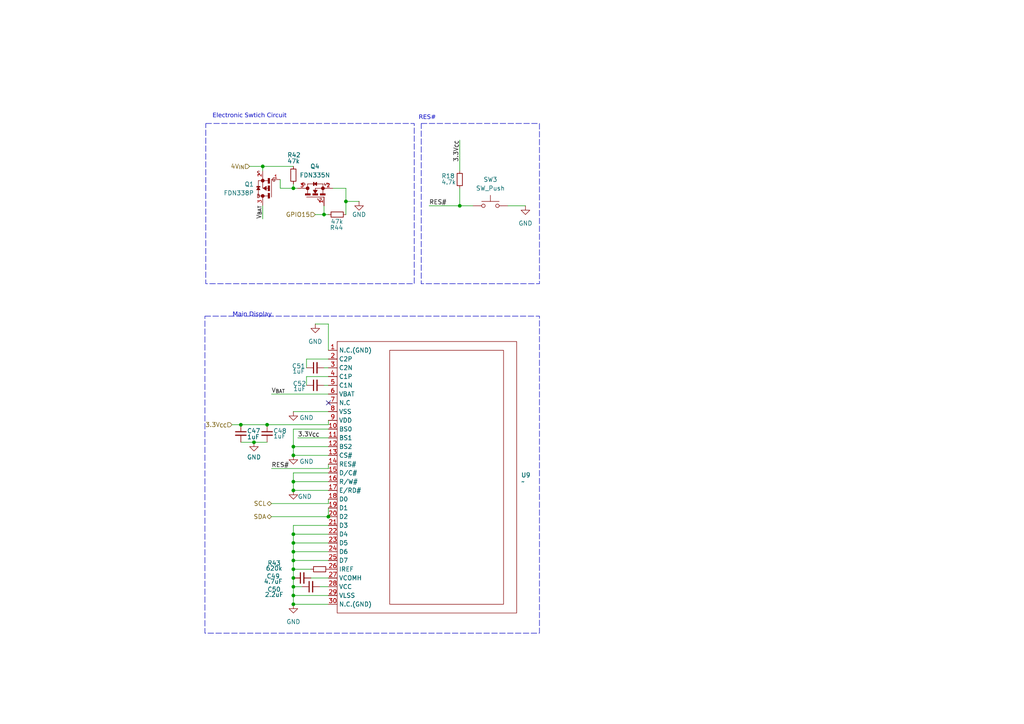
<source format=kicad_sch>
(kicad_sch (version 20241004) (generator "eeschema") (generator_version "8.99")
  (paper "A4")
  (lib_symbols
    (symbol "Device:C_Small" (pin_numbers (hide yes)) (pin_names (offset 0.254) (hide yes))
      (property "Reference" "C" (at 0.254 1.778 0))
      (property "Value" "C_Small" (at 0.254 -2.032 0))
      (symbol "C_Small_0_1"
        (polyline (pts (xy -1.524 0.508) (xy 1.524 0.508)) (stroke (width 0.3048)))
        (polyline (pts (xy -1.524 -0.508) (xy 1.524 -0.508)) (stroke (width 0.3302)))
      )
      (symbol "C_Small_1_1"
        (pin passive line (at 0 2.54 270) (length 2.032) (name "~") (number "1"))
        (pin passive line (at 0 -2.54 90) (length 2.032) (name "~") (number "2"))
      )
    )
    (symbol "Device:R_Small" (pin_numbers (hide yes)) (pin_names (offset 0.254) (hide yes))
      (property "Reference" "R" (at 0.762 0.508 0))
      (property "Value" "R_Small" (at 0.762 -1.016 0))
      (symbol "R_Small_0_1"
        (rectangle (start -0.762 1.778) (end 0.762 -1.778) (stroke (width 0.2032)))
      )
      (symbol "R_Small_1_1"
        (pin passive line (at 0 2.54 270) (length 0.762) (name "~") (number "1"))
        (pin passive line (at 0 -2.54 90) (length 0.762) (name "~") (number "2"))
      )
    )
    (symbol "FDN335N:FDN335N" (pin_names (offset 1.016))
      (property "Reference" "Q" (at 2.5423 0 0))
      (property "Value" "FDN335N" (at 2.5447 -2.5447 0))
      (symbol "FDN335N_0_0"
        (polyline (pts (xy -2.54 -2.54) (xy -2.54 2.54)) (stroke (width 0.1524)))
        (rectangle (start -2.036 -0.7635) (end -1.524 0.762) (stroke (width 0.1)) (fill (type outline)))
        (rectangle (start -2.0349 -2.9252) (end -1.524 -1.397) (stroke (width 0.1)) (fill (type outline)))
        (rectangle (start -2.0321 1.3971) (end -1.524 2.921) (stroke (width 0.1)) (fill (type outline)))
        (polyline (pts (xy -1.5875 2.2225) (xy 0 2.2225)) (stroke (width 0.1524)))
        (polyline (pts (xy -1.5875 -2.2225) (xy 0 -2.2225)) (stroke (width 0.1524)))
        (polyline (pts (xy -1.524 0) (xy -0.508 0.635) (xy -0.508 -0.635) (xy -1.524 0)) (stroke (width 0.1016)) (fill (type outline)))
        (polyline (pts (xy -0.508 0) (xy 0 0)) (stroke (width 0.1524)))
        (polyline (pts (xy 0 2.54) (xy 0 2.2225)) (stroke (width 0.1524)))
        (polyline (pts (xy 0 2.2225) (xy 1.27 2.2225)) (stroke (width 0.1524)))
        (circle (center 0 2.2225) (radius 0.127) (stroke (width 0.4064)))
        (polyline (pts (xy 0 0) (xy 0 -2.2225)) (stroke (width 0.1524)))
        (polyline (pts (xy 0 -2.2225) (xy 0 -2.54)) (stroke (width 0.1524)))
        (circle (center 0 -2.2225) (radius 0.127) (stroke (width 0.4064)))
        (rectangle (start 0.7631 0.318) (end 1.778 0.5715) (stroke (width 0.1)) (fill (type outline)))
        (polyline (pts (xy 1.27 2.2225) (xy 1.27 -2.2225)) (stroke (width 0.1524)))
        (polyline (pts (xy 1.27 0.3175) (xy 0.762 -0.4445) (xy 1.778 -0.4445) (xy 1.27 0.3175)) (stroke (width 0.1524)) (fill (type outline)))
        (polyline (pts (xy 1.27 -2.2225) (xy 0 -2.2225)) (stroke (width 0.1524)))
        (text "G" (at -3.8168 -1.9084 0) (effects (font (size 1.0178 1.0178)) (justify left bottom)))
        (text "D" (at 0.636 2.8619 0) (effects (font (size 1.0176 1.0176)) (justify left bottom)))
        (text "S" (at 0.636 -3.8159 0) (effects (font (size 1.0176 1.0176)) (justify left bottom)))
        (pin passive line (at -5.08 -2.54 0) (length 2.54) (name "~") (number "1"))
        (pin passive line (at 0 5.08 270) (length 2.54) (name "~") (number "3"))
        (pin passive line (at 0 -5.08 90) (length 2.54) (name "~") (number "2"))
      )
    )
    (symbol "FDN338P:FDN338P" (pin_names (offset 1.016))
      (property "Reference" "Q" (at 2.5409 0 0))
      (property "Value" "FDN338P" (at 2.5438 -2.5438 0))
      (symbol "FDN338P_0_0"
        (polyline (pts (xy -2.54 -2.54) (xy -2.54 2.54)) (stroke (width 0.1524)))
        (rectangle (start -2.036 -2.9268) (end -1.524 -1.397) (stroke (width 0.1)) (fill (type outline)))
        (rectangle (start -2.0328 -0.7623) (end -1.524 0.762) (stroke (width 0.1)) (fill (type outline)))
        (rectangle (start -2.0327 1.3975) (end -1.524 2.921) (stroke (width 0.1)) (fill (type outline)))
        (polyline (pts (xy -1.905 -2.2225) (xy 0 -2.2225)) (stroke (width 0.1524)))
        (polyline (pts (xy -1.5875 2.2225) (xy 0 2.2225)) (stroke (width 0.1524)))
        (polyline (pts (xy -1.0795 0) (xy -1.905 0)) (stroke (width 0.1524)))
        (polyline (pts (xy -0.0635 0) (xy -1.0795 -0.635) (xy -1.0795 0.635) (xy -0.0635 0)) (stroke (width 0.1016)) (fill (type outline)))
        (polyline (pts (xy 0 2.54) (xy 0 2.2225)) (stroke (width 0.1524)))
        (circle (center 0 2.2225) (radius 0.127) (stroke (width 0.4064)))
        (polyline (pts (xy 0 2.2225) (xy 1.27 2.2225)) (stroke (width 0.1524)))
        (polyline (pts (xy 0 0) (xy 0 -2.2225)) (stroke (width 0.1524)))
        (circle (center 0 -2.2225) (radius 0.127) (stroke (width 0.4064)))
        (polyline (pts (xy 0 -2.2225) (xy 0 -2.54)) (stroke (width 0.1524)))
        (rectangle (start 0.7623 -0.5717) (end 1.778 -0.3175) (stroke (width 0.1)) (fill (type outline)))
        (polyline (pts (xy 1.27 2.2225) (xy 1.27 -2.2225)) (stroke (width 0.1524)))
        (polyline (pts (xy 1.27 -0.3175) (xy 1.778 0.4445) (xy 0.762 0.4445) (xy 1.27 -0.3175)) (stroke (width 0.1524)) (fill (type outline)))
        (polyline (pts (xy 1.27 -2.2225) (xy 0 -2.2225)) (stroke (width 0.1524)))
        (text "G" (at -3.8111 -1.9055 0) (effects (font (size 1.0163 1.0163)) (justify left bottom)))
        (text "D" (at 0.6355 2.8596 0) (effects (font (size 1.0168 1.0168)) (justify left bottom)))
        (text "S" (at 0.6359 -3.8153 0) (effects (font (size 1.0174 1.0174)) (justify left bottom)))
        (pin passive line (at -5.08 -2.54 0) (length 2.54) (name "~") (number "1"))
        (pin passive line (at 0 5.08 270) (length 2.54) (name "~") (number "3"))
        (pin passive line (at 0 -5.08 90) (length 2.54) (name "~") (number "2"))
      )
    )
    (symbol "New_Library:X096-2864TMBAG01-H30"
      (property "Reference" "U" (at 0 0 0))
      (symbol "X096-2864TMBAG01-H30_0_1"
        (rectangle (start -38.1 25.4) (end 40.64 -26.67))
        (rectangle (start -35.56 21.59) (end 38.1 -11.43))
      )
      (symbol "X096-2864TMBAG01-H30_1_1"
        (pin unspecified line (at -35.56 -29.21 90) (length 2.54) (name "N.C.(GND)") (number "1"))
        (pin unspecified line (at -33.02 -29.21 90) (length 2.54) (name "C2P") (number "2"))
        (pin unspecified line (at -30.48 -29.21 90) (length 2.54) (name "C2N") (number "3"))
        (pin unspecified line (at -27.94 -29.21 90) (length 2.54) (name "C1P") (number "4"))
        (pin unspecified line (at -25.4 -29.21 90) (length 2.54) (name "C1N") (number "5"))
        (pin unspecified line (at -22.86 -29.21 90) (length 2.54) (name "VBAT") (number "6"))
        (pin unspecified line (at -20.32 -29.21 90) (length 2.54) (name "N.C") (number "7"))
        (pin unspecified line (at -17.78 -29.21 90) (length 2.54) (name "VSS") (number "8"))
        (pin unspecified line (at -15.24 -29.21 90) (length 2.54) (name "VDD") (number "9"))
        (pin unspecified line (at -12.7 -29.21 90) (length 2.54) (name "BS0") (number "10"))
        (pin unspecified line (at -10.16 -29.21 90) (length 2.54) (name "BS1") (number "11"))
        (pin unspecified line (at -7.62 -29.21 90) (length 2.54) (name "BS2") (number "12"))
        (pin unspecified line (at -5.08 -29.21 90) (length 2.54) (name "CS#") (number "13"))
        (pin unspecified line (at -2.54 -29.21 90) (length 2.54) (name "RES#") (number "14"))
        (pin unspecified line (at 0 -29.21 90) (length 2.54) (name "D/C#") (number "15"))
        (pin unspecified line (at 2.54 -29.21 90) (length 2.54) (name "R/W#") (number "16"))
        (pin unspecified line (at 5.08 -29.21 90) (length 2.54) (name "E/RD#") (number "17"))
        (pin unspecified line (at 7.62 -29.21 90) (length 2.54) (name "D0") (number "18"))
        (pin unspecified line (at 10.16 -29.21 90) (length 2.54) (name "D1") (number "19"))
        (pin unspecified line (at 12.7 -29.21 90) (length 2.54) (name "D2") (number "20"))
        (pin unspecified line (at 15.24 -29.21 90) (length 2.54) (name "D3") (number "21"))
        (pin unspecified line (at 17.78 -29.21 90) (length 2.54) (name "D4") (number "22"))
        (pin unspecified line (at 20.32 -29.21 90) (length 2.54) (name "D5") (number "23"))
        (pin unspecified line (at 22.86 -29.21 90) (length 2.54) (name "D6") (number "24"))
        (pin unspecified line (at 25.4 -29.21 90) (length 2.54) (name "D7") (number "25"))
        (pin unspecified line (at 27.94 -29.21 90) (length 2.54) (name "IREF") (number "26"))
        (pin unspecified line (at 30.48 -29.21 90) (length 2.54) (name "VCOMH") (number "27"))
        (pin unspecified line (at 33.02 -29.21 90) (length 2.54) (name "VCC") (number "28"))
        (pin unspecified line (at 35.56 -29.21 90) (length 2.54) (name "VLSS") (number "29"))
        (pin unspecified line (at 38.1 -29.21 90) (length 2.54) (name "N.C.(GND)") (number "30"))
      )
    )
    (symbol "Switch:SW_Push" (pin_numbers (hide yes)) (pin_names (offset 1.016) (hide yes))
      (property "Reference" "SW" (at 1.27 2.54 0))
      (property "Value" "SW_Push" (at 0 -1.524 0))
      (symbol "SW_Push_0_1"
        (circle (center -2.032 0) (radius 0.508))
        (polyline (pts (xy 0 1.27) (xy 0 3.048)))
        (circle (center 2.032 0) (radius 0.508))
        (polyline (pts (xy 2.54 1.27) (xy -2.54 1.27)))
        (pin passive line (at -5.08 0 0) (length 2.54) (name "1") (number "1"))
        (pin passive line (at 5.08 0 180) (length 2.54) (name "2") (number "2"))
      )
    )
    (symbol "power:GND" (power) (pin_numbers (hide yes)) (pin_names (offset 0) (hide yes))
      (property "Value" "GND" (at 0 -3.81 0))
      (symbol "GND_0_1"
        (polyline (pts (xy 0 0) (xy 0 -1.27) (xy 1.27 -1.27) (xy 0 -2.54) (xy -1.27 -1.27) (xy 0 -1.27)))
      )
      (symbol "GND_1_1"
        (pin power_in line (at 0 0 270) (length 0) (name "~") (number "1"))
      )
    )
  )
  (rectangle (start 59.69 35.814) (end 120.142 82.296) (stroke (width 0) (type dash)))
  (rectangle (start 122.174 35.814) (end 156.464 82.296) (stroke (width 0) (type dash)))
  (rectangle (start 59.436 91.694) (end 156.464 183.642) (stroke (width 0) (type dash)))
  (text "RES#\n" (at 123.952 34.544 0) (effects (font (size 1.27 1.27))))
  (text "Electronic Swtich Circuit\n" (at 72.39 34.036 0) (effects (font (size 1.27 1.27))))
  (text "Main Display\n" (at 73.152 91.694 0) (effects (font (size 1.27 1.27))))
  (junction (at 77.47 123.19))
  (junction (at 85.09 142.24))
  (junction (at 85.09 172.72))
  (junction (at 73.66 128.27))
  (junction (at 85.09 175.26))
  (junction (at 85.09 167.64))
  (junction (at 85.09 139.7))
  (junction (at 85.09 165.1))
  (junction (at 69.85 123.19))
  (junction (at 100.33 58.42))
  (junction (at 85.09 129.54))
  (junction (at 85.09 160.02))
  (junction (at 85.09 157.48))
  (junction (at 85.09 162.56))
  (junction (at 85.09 54.61))
  (junction (at 93.98 62.23))
  (junction (at 95.25 149.86))
  (junction (at 85.09 170.18))
  (junction (at 76.2 48.26))
  (junction (at 85.09 154.94))
  (junction (at 85.09 132.08))
  (junction (at 133.35 59.69))
  (no_connect (at 95.25 116.84))
  (wire (pts (xy 85.09 53.34) (xy 85.09 54.61)))
  (wire (pts (xy 73.66 128.27) (xy 77.47 128.27)))
  (wire (pts (xy 81.28 54.61) (xy 85.09 54.61)))
  (wire (pts (xy 81.28 54.61) (xy 81.28 52.07)))
  (wire (pts (xy 93.98 59.69) (xy 93.98 62.23)))
  (wire (pts (xy 69.85 123.19) (xy 77.47 123.19)))
  (wire (pts (xy 95.25 93.98) (xy 95.25 101.6)))
  (wire (pts (xy 85.09 160.02) (xy 85.09 162.56)))
  (wire (pts (xy 85.09 142.24) (xy 95.25 142.24)))
  (wire (pts (xy 93.98 106.68) (xy 95.25 106.68)))
  (wire (pts (xy 147.32 59.69) (xy 152.4 59.69)))
  (wire (pts (xy 85.09 167.64) (xy 85.09 170.18)))
  (wire (pts (xy 95.25 147.32) (xy 95.25 149.86)))
  (wire (pts (xy 100.33 54.61) (xy 96.52 54.61)))
  (wire (pts (xy 93.98 62.23) (xy 95.25 62.23)))
  (wire (pts (xy 86.36 54.61) (xy 85.09 54.61)))
  (wire (pts (xy 90.17 165.1) (xy 85.09 165.1)))
  (wire (pts (xy 85.09 152.4) (xy 85.09 154.94)))
  (wire (pts (xy 86.36 127) (xy 95.25 127)))
  (wire (pts (xy 90.17 167.64) (xy 95.25 167.64)))
  (wire (pts (xy 76.2 48.26) (xy 76.2 49.53)))
  (wire (pts (xy 78.74 135.89) (xy 95.25 135.89)))
  (wire (pts (xy 76.2 48.26) (xy 85.09 48.26)))
  (wire (pts (xy 91.44 62.23) (xy 93.98 62.23)))
  (wire (pts (xy 85.09 119.38) (xy 95.25 119.38)))
  (wire (pts (xy 95.25 109.22) (xy 88.9 109.22)))
  (wire (pts (xy 92.71 170.18) (xy 95.25 170.18)))
  (wire (pts (xy 85.09 154.94) (xy 85.09 157.48)))
  (wire (pts (xy 95.25 123.19) (xy 95.25 121.92)))
  (wire (pts (xy 85.09 124.46) (xy 95.25 124.46)))
  (wire (pts (xy 95.25 135.89) (xy 95.25 134.62)))
  (wire (pts (xy 133.35 54.61) (xy 133.35 59.69)))
  (wire (pts (xy 85.09 132.08) (xy 95.25 132.08)))
  (wire (pts (xy 133.35 59.69) (xy 137.16 59.69)))
  (wire (pts (xy 85.09 162.56) (xy 85.09 165.1)))
  (wire (pts (xy 93.98 111.76) (xy 95.25 111.76)))
  (wire (pts (xy 91.44 93.98) (xy 95.25 93.98)))
  (wire (pts (xy 78.74 146.05) (xy 95.25 146.05)))
  (wire (pts (xy 88.9 109.22) (xy 88.9 111.76)))
  (wire (pts (xy 85.09 162.56) (xy 95.25 162.56)))
  (wire (pts (xy 100.33 54.61) (xy 100.33 58.42)))
  (wire (pts (xy 85.09 172.72) (xy 95.25 172.72)))
  (wire (pts (xy 77.47 123.19) (xy 95.25 123.19)))
  (wire (pts (xy 85.09 172.72) (xy 85.09 175.26)))
  (wire (pts (xy 78.74 149.86) (xy 95.25 149.86)))
  (wire (pts (xy 95.25 104.14) (xy 88.9 104.14)))
  (wire (pts (xy 100.33 58.42) (xy 104.14 58.42)))
  (wire (pts (xy 85.09 124.46) (xy 85.09 129.54)))
  (wire (pts (xy 85.09 165.1) (xy 85.09 167.64)))
  (wire (pts (xy 95.25 137.16) (xy 85.09 137.16)))
  (wire (pts (xy 85.09 157.48) (xy 85.09 160.02)))
  (wire (pts (xy 85.09 139.7) (xy 85.09 142.24)))
  (wire (pts (xy 124.46 59.69) (xy 133.35 59.69)))
  (wire (pts (xy 85.09 129.54) (xy 95.25 129.54)))
  (wire (pts (xy 85.09 160.02) (xy 95.25 160.02)))
  (wire (pts (xy 133.35 40.64) (xy 133.35 49.53)))
  (wire (pts (xy 85.09 137.16) (xy 85.09 139.7)))
  (wire (pts (xy 85.09 157.48) (xy 95.25 157.48)))
  (wire (pts (xy 95.25 146.05) (xy 95.25 144.78)))
  (wire (pts (xy 85.09 139.7) (xy 95.25 139.7)))
  (wire (pts (xy 78.74 114.3) (xy 95.25 114.3)))
  (wire (pts (xy 100.33 58.42) (xy 100.33 62.23)))
  (wire (pts (xy 95.25 152.4) (xy 85.09 152.4)))
  (wire (pts (xy 85.09 175.26) (xy 95.25 175.26)))
  (wire (pts (xy 67.31 123.19) (xy 69.85 123.19)))
  (wire (pts (xy 72.39 48.26) (xy 76.2 48.26)))
  (wire (pts (xy 85.09 170.18) (xy 87.63 170.18)))
  (wire (pts (xy 69.85 128.27) (xy 73.66 128.27)))
  (wire (pts (xy 76.2 59.69) (xy 76.2 63.5)))
  (wire (pts (xy 85.09 154.94) (xy 95.25 154.94)))
  (wire (pts (xy 88.9 104.14) (xy 88.9 106.68)))
  (wire (pts (xy 85.09 170.18) (xy 85.09 172.72)))
  (wire (pts (xy 85.09 129.54) (xy 85.09 132.08)))
  (label "RES#" (at 124.46 59.69 0))
  (label "V_{BAT}" (at 78.74 114.3 0))
  (label "V_{BAT}" (at 76.2 63.5 90))
  (label "3.3V_{CC}" (at 86.36 127 0))
  (label "RES#" (at 78.74 135.89 0))
  (label "3.3V_{CC}" (at 133.35 40.64 270))
  (hierarchical_label "SDA" (shape bidirectional) (at 78.74 149.86 180))
  (hierarchical_label "4V_{IN}" (shape input) (at 72.39 48.26 180))
  (hierarchical_label "3.3V_{CC}" (shape input) (at 67.31 123.19 180))
  (hierarchical_label "SCL" (shape bidirectional) (at 78.74 146.05 180))
  (hierarchical_label "GPIO15" (shape input) (at 91.44 62.23 180))
  (symbol (lib_id "FDN335N:FDN335N") (at 91.44 54.61 90) (unit 1)
    (property "Reference" "Q4" (at 91.3363 48.26 90))
    (property "Value" "FDN335N" (at 91.3363 50.8 90))
    (property "Footprint" "FDN335N:SSOT-3" (effects (hide yes)))
  )
  (symbol (lib_id "power:GND") (at 73.66 128.27 0) (unit 1)
    (property "Reference" "#PWR064" (effects (hide yes)))
    (property "Value" "GND" (at 73.66 132.588 0))
    (property "Description" "Power symbol creates a global label with name \"GND\" , ground" (effects (hide yes)))
  )
  (symbol (lib_id "Device:C_Small") (at 69.85 125.73 0) (unit 1)
    (property "Reference" "C47" (at 71.628 124.968 0) (effects (justify left)))
    (property "Value" "1uF" (at 71.628 126.7398 0) (effects (justify left)))
    (property "Footprint" "Capacitor_SMD:C_0402_1005Metric" (effects (hide yes)))
    (property "Description" "Unpolarized capacitor, small symbol" (effects (hide yes)))
  )
  (symbol (lib_id "power:GND") (at 85.09 119.38 0) (unit 1)
    (property "Reference" "#PWR065" (effects (hide yes)))
    (property "Value" "GND" (at 88.9 121.158 0))
    (property "Description" "Power symbol creates a global label with name \"GND\" , ground" (effects (hide yes)))
  )
  (symbol (lib_id "Device:C_Small") (at 91.44 106.68 90) (unit 1)
    (property "Reference" "C51" (at 86.614 106.172 90))
    (property "Value" "1uF" (at 86.6203 107.696 90))
    (property "Footprint" "Capacitor_SMD:C_0402_1005Metric" (effects (hide yes)))
    (property "Description" "Unpolarized capacitor, small symbol" (effects (hide yes)))
  )
  (symbol (lib_id "power:GND") (at 91.44 93.98 0) (unit 1)
    (property "Reference" "#PWR069" (effects (hide yes)))
    (property "Value" "GND" (at 91.44 99.06 0))
    (property "Description" "Power symbol creates a global label with name \"GND\" , ground" (effects (hide yes)))
  )
  (symbol (lib_id "power:GND") (at 104.14 58.42 0) (unit 1)
    (property "Reference" "#PWR070" (effects (hide yes)))
    (property "Value" "GND" (at 104.14 62.23 0))
    (property "Description" "Power symbol creates a global label with name \"GND\" , ground" (effects (hide yes)))
  )
  (symbol (lib_id "Device:R_Small") (at 133.35 52.07 0) (unit 1)
    (property "Reference" "R18" (at 128.016 51.054 0) (effects (justify left)))
    (property "Value" "4.7k" (at 128.016 52.832 0) (effects (justify left)))
    (property "Footprint" "Resistor_SMD:R_0402_1005Metric" (effects (hide yes)))
    (property "Description" "Resistor, small symbol" (effects (hide yes)))
  )
  (symbol (lib_id "New_Library:X096-2864TMBAG01-H30") (at 124.46 137.16 270) (unit 1)
    (property "Reference" "U9" (at 151.13 137.7949 90) (effects (justify left)))
    (property "Value" "~" (at 151.13 139.7 90) (effects (justify left)))
    (property "Footprint" "LIB_X096-2864TMBAG01-H30:X096-2864TMBAG01-H30" (effects (hide yes)))
  )
  (symbol (lib_id "Device:C_Small") (at 90.17 170.18 90) (unit 1)
    (property "Reference" "C50" (at 79.502 170.942 90))
    (property "Value" "2.2uF" (at 79.502 172.466 90))
    (property "Footprint" "Capacitor_SMD:C_0402_1005Metric" (effects (hide yes)))
    (property "Description" "Unpolarized capacitor, small symbol" (effects (hide yes)))
  )
  (symbol (lib_id "Device:R_Small") (at 92.71 165.1 90) (unit 1)
    (property "Reference" "R43" (at 79.502 163.322 90))
    (property "Value" "620k" (at 79.502 164.846 90))
    (property "Footprint" "Resistor_SMD:R_0402_1005Metric" (effects (hide yes)))
    (property "Description" "Resistor, small symbol" (effects (hide yes)))
  )
  (symbol (lib_id "Switch:SW_Push") (at 142.24 59.69 0) (unit 1)
    (property "Reference" "SW3" (at 142.24 52.07 0))
    (property "Value" "SW_Push" (at 142.24 54.61 0))
    (property "Footprint" "Button_Switch_SMD:SW_Push_SPST_NO_Alps_SKRK" (effects (hide yes)))
    (property "Description" "Push button switch, generic, two pins" (effects (hide yes)))
  )
  (symbol (lib_id "FDN338P:FDN338P") (at 76.2 54.61 180) (unit 1)
    (property "Reference" "Q1" (at 73.66 53.4422 0) (effects (justify left)))
    (property "Value" "FDN338P" (at 73.66 55.9822 0) (effects (justify left)))
    (property "Footprint" "FDN338P:SSOT-3" (effects (hide yes)))
    (property "MF" "onsemi" (effects (hide yes)))
    (property "Description_1" "\n                        \n                            P-Channel 20 V 1.6A (Ta) 500mW (Ta) Surface Mount SOT-23-3\n                        \n" (effects (hide yes)))
    (property "Package" "SOT-23-3 ON Semiconductor" (effects (hide yes)))
    (property "Price" "None" (effects (hide yes)))
    (property "SnapEDA_Link" "https://www.snapeda.com/parts/FDN338P/Onsemi/view-part/?ref=snap" (effects (hide yes)))
    (property "MP" "FDN338P" (effects (hide yes)))
    (property "Availability" "In Stock" (effects (hide yes)))
    (property "Check_prices" "https://www.snapeda.com/parts/FDN338P/Onsemi/view-part/?ref=eda" (effects (hide yes)))
  )
  (symbol (lib_id "power:GND") (at 85.09 132.08 0) (unit 1)
    (property "Reference" "#PWR066" (effects (hide yes)))
    (property "Value" "GND" (at 88.9 133.858 0))
    (property "Description" "Power symbol creates a global label with name \"GND\" , ground" (effects (hide yes)))
  )
  (symbol (lib_id "Device:C_Small") (at 77.47 125.73 0) (unit 1)
    (property "Reference" "C48" (at 79.248 124.968 0) (effects (justify left)))
    (property "Value" "1uF" (at 79.248 126.4982 0) (effects (justify left)))
    (property "Footprint" "Capacitor_SMD:C_0402_1005Metric" (effects (hide yes)))
    (property "Description" "Unpolarized capacitor, small symbol" (effects (hide yes)))
  )
  (symbol (lib_id "Device:R_Small") (at 85.09 50.8 0) (unit 1)
    (property "Reference" "R42" (at 83.312 44.958 0) (effects (justify left)))
    (property "Value" "47k" (at 83.312 46.7361 0) (effects (justify left)))
    (property "Footprint" "Resistor_SMD:R_0402_1005Metric" (effects (hide yes)))
    (property "Description" "Resistor, small symbol" (effects (hide yes)))
  )
  (symbol (lib_id "power:GND") (at 152.4 59.69 0) (unit 1)
    (property "Reference" "#PWR015" (effects (hide yes)))
    (property "Value" "GND" (at 152.4 64.77 0))
    (property "Description" "Power symbol creates a global label with name \"GND\" , ground" (effects (hide yes)))
  )
  (symbol (lib_id "power:GND") (at 85.09 175.26 0) (unit 1)
    (property "Reference" "#PWR068" (effects (hide yes)))
    (property "Value" "GND" (at 85.09 180.34 0))
    (property "Description" "Power symbol creates a global label with name \"GND\" , ground" (effects (hide yes)))
  )
  (symbol (lib_id "Device:C_Small") (at 91.44 111.76 90) (unit 1)
    (property "Reference" "C52" (at 86.868 111.252 90))
    (property "Value" "1uF" (at 86.8743 112.776 90))
    (property "Footprint" "Capacitor_SMD:C_0402_1005Metric" (effects (hide yes)))
    (property "Description" "Unpolarized capacitor, small symbol" (effects (hide yes)))
  )
  (symbol (lib_id "Device:R_Small") (at 97.79 62.23 90) (unit 1)
    (property "Reference" "R44" (at 99.568 66.04 90) (effects (justify left)))
    (property "Value" "47k" (at 99.568 64.262 90) (effects (justify left)))
    (property "Footprint" "Resistor_SMD:R_0402_1005Metric" (effects (hide yes)))
    (property "Description" "Resistor, small symbol" (effects (hide yes)))
  )
  (symbol (lib_id "Device:C_Small") (at 87.63 167.64 90) (unit 1)
    (property "Reference" "C49" (at 79.248 167.132 90))
    (property "Value" "4.7uF" (at 79.248 168.656 90))
    (property "Footprint" "Capacitor_SMD:C_0402_1005Metric" (effects (hide yes)))
    (property "Description" "Unpolarized capacitor, small symbol" (effects (hide yes)))
  )
  (symbol (lib_id "power:GND") (at 85.09 142.24 0) (unit 1)
    (property "Reference" "#PWR067" (effects (hide yes)))
    (property "Value" "GND" (at 88.392 144.018 0))
    (property "Description" "Power symbol creates a global label with name \"GND\" , ground" (effects (hide yes)))
  )
)
</source>
